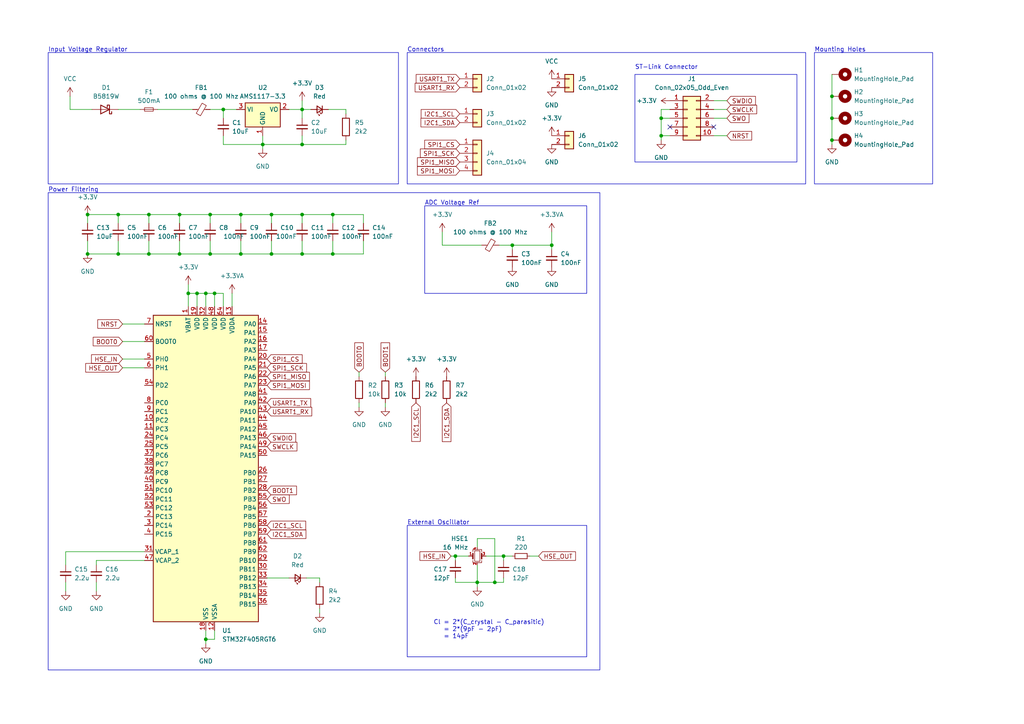
<source format=kicad_sch>
(kicad_sch (version 20230121) (generator eeschema)
  (paper "A4")
  (lib_symbols
    (symbol "Connector_Generic:Conn_01x02" (pin_names (offset 1.016) hide)
      (property "Reference" "J" (at 0 2.54 0))
      (property "Value" "Conn_01x02" (at 0 -5.08 0))
      (symbol "Conn_01x02_1_1"
        (rectangle (start -1.27 -2.413) (end 0 -2.667) (stroke (width 0.1524)))
        (rectangle (start -1.27 0.127) (end 0 -0.127) (stroke (width 0.1524)))
        (rectangle (start -1.27 1.27) (end 1.27 -3.81) (stroke (width 0.254)) (fill (type background)))
        (pin passive line (at -5.08 0 0) (length 3.81) (name "Pin_1") (number "1"))
        (pin passive line (at -5.08 -2.54 0) (length 3.81) (name "Pin_2") (number "2"))
      )
    )
    (symbol "Connector_Generic:Conn_01x04" (pin_names (offset 1.016) hide)
      (property "Reference" "J" (at 0 5.08 0))
      (property "Value" "Conn_01x04" (at 0 -7.62 0))
      (symbol "Conn_01x04_1_1"
        (rectangle (start -1.27 -4.953) (end 0 -5.207) (stroke (width 0.1524)))
        (rectangle (start -1.27 -2.413) (end 0 -2.667) (stroke (width 0.1524)))
        (rectangle (start -1.27 0.127) (end 0 -0.127) (stroke (width 0.1524)))
        (rectangle (start -1.27 2.667) (end 0 2.413) (stroke (width 0.1524)))
        (rectangle (start -1.27 3.81) (end 1.27 -6.35) (stroke (width 0.254)) (fill (type background)))
        (pin passive line (at -5.08 2.54 0) (length 3.81) (name "Pin_1") (number "1"))
        (pin passive line (at -5.08 0 0) (length 3.81) (name "Pin_2") (number "2"))
        (pin passive line (at -5.08 -2.54 0) (length 3.81) (name "Pin_3") (number "3"))
        (pin passive line (at -5.08 -5.08 0) (length 3.81) (name "Pin_4") (number "4"))
      )
    )
    (symbol "Connector_Generic:Conn_02x05_Odd_Even" (pin_names (offset 1.016) hide)
      (property "Reference" "J" (at 1.27 7.62 0))
      (property "Value" "Conn_02x05_Odd_Even" (at 1.27 -7.62 0))
      (symbol "Conn_02x05_Odd_Even_1_1"
        (rectangle (start -1.27 -4.953) (end 0 -5.207) (stroke (width 0.1524)))
        (rectangle (start -1.27 -2.413) (end 0 -2.667) (stroke (width 0.1524)))
        (rectangle (start -1.27 0.127) (end 0 -0.127) (stroke (width 0.1524)))
        (rectangle (start -1.27 2.667) (end 0 2.413) (stroke (width 0.1524)))
        (rectangle (start -1.27 5.207) (end 0 4.953) (stroke (width 0.1524)))
        (rectangle (start -1.27 6.35) (end 3.81 -6.35) (stroke (width 0.254)) (fill (type background)))
        (rectangle (start 3.81 -4.953) (end 2.54 -5.207) (stroke (width 0.1524)))
        (rectangle (start 3.81 -2.413) (end 2.54 -2.667) (stroke (width 0.1524)))
        (rectangle (start 3.81 0.127) (end 2.54 -0.127) (stroke (width 0.1524)))
        (rectangle (start 3.81 2.667) (end 2.54 2.413) (stroke (width 0.1524)))
        (rectangle (start 3.81 5.207) (end 2.54 4.953) (stroke (width 0.1524)))
        (pin passive line (at -5.08 5.08 0) (length 3.81) (name "Pin_1") (number "1"))
        (pin passive line (at 7.62 -5.08 180) (length 3.81) (name "Pin_10") (number "10"))
        (pin passive line (at 7.62 5.08 180) (length 3.81) (name "Pin_2") (number "2"))
        (pin passive line (at -5.08 2.54 0) (length 3.81) (name "Pin_3") (number "3"))
        (pin passive line (at 7.62 2.54 180) (length 3.81) (name "Pin_4") (number "4"))
        (pin passive line (at -5.08 0 0) (length 3.81) (name "Pin_5") (number "5"))
        (pin passive line (at 7.62 0 180) (length 3.81) (name "Pin_6") (number "6"))
        (pin passive line (at -5.08 -2.54 0) (length 3.81) (name "Pin_7") (number "7"))
        (pin passive line (at 7.62 -2.54 180) (length 3.81) (name "Pin_8") (number "8"))
        (pin passive line (at -5.08 -5.08 0) (length 3.81) (name "Pin_9") (number "9"))
      )
    )
    (symbol "Device:C_Small" (pin_numbers hide) (pin_names (offset 0.254) hide)
      (property "Reference" "C" (at 0.254 1.778 0))
      (property "Value" "C_Small" (at 0.254 -2.032 0))
      (symbol "C_Small_0_1"
        (polyline (pts (xy -1.524 -0.508) (xy 1.524 -0.508)) (stroke (width 0.3302)))
        (polyline (pts (xy -1.524 0.508) (xy 1.524 0.508)) (stroke (width 0.3048)))
      )
      (symbol "C_Small_1_1"
        (pin passive line (at 0 2.54 270) (length 2.032) (name "~") (number "1"))
        (pin passive line (at 0 -2.54 90) (length 2.032) (name "~") (number "2"))
      )
    )
    (symbol "Device:Crystal_GND24_Small" (pin_names (offset 1.016) hide)
      (property "Reference" "Y" (at 1.27 4.445 0))
      (property "Value" "Crystal_GND24_Small" (at 1.27 2.54 0))
      (symbol "Crystal_GND24_Small_0_1"
        (rectangle (start -0.762 -1.524) (end 0.762 1.524))
        (polyline (pts (xy -1.27 -0.762) (xy -1.27 0.762)) (stroke (width 0.381)))
        (polyline (pts (xy 1.27 -0.762) (xy 1.27 0.762)) (stroke (width 0.381)))
        (polyline (pts (xy -1.27 -1.27) (xy -1.27 -1.905) (xy 1.27 -1.905) (xy 1.27 -1.27)))
        (polyline (pts (xy -1.27 1.27) (xy -1.27 1.905) (xy 1.27 1.905) (xy 1.27 1.27)))
      )
      (symbol "Crystal_GND24_Small_1_1"
        (pin passive line (at -2.54 0 0) (length 1.27) (name "1") (number "1"))
        (pin passive line (at 0 -2.54 90) (length 0.635) (name "2") (number "2"))
        (pin passive line (at 2.54 0 180) (length 1.27) (name "3") (number "3"))
        (pin passive line (at 0 2.54 270) (length 0.635) (name "4") (number "4"))
      )
    )
    (symbol "Device:D_Schottky" (pin_numbers hide) (pin_names (offset 1.016) hide)
      (property "Reference" "D" (at 0 2.54 0))
      (property "Value" "D_Schottky" (at 0 -2.54 0))
      (symbol "D_Schottky_0_1"
        (polyline (pts (xy 1.27 0) (xy -1.27 0)))
        (polyline (pts (xy 1.27 1.27) (xy 1.27 -1.27) (xy -1.27 0) (xy 1.27 1.27)) (stroke (width 0.254)))
        (polyline (pts (xy -1.905 0.635) (xy -1.905 1.27) (xy -1.27 1.27) (xy -1.27 -1.27) (xy -0.635 -1.27) (xy -0.635 -0.635)) (stroke (width 0.254)))
      )
      (symbol "D_Schottky_1_1"
        (pin passive line (at -3.81 0 0) (length 2.54) (name "K") (number "1"))
        (pin passive line (at 3.81 0 180) (length 2.54) (name "A") (number "2"))
      )
    )
    (symbol "Device:FerriteBead_Small" (pin_numbers hide) (pin_names (offset 0))
      (property "Reference" "FB" (at 1.905 1.27 0))
      (property "Value" "FerriteBead_Small" (at 1.905 -1.27 0))
      (symbol "FerriteBead_Small_0_1"
        (polyline (pts (xy 0 -1.27) (xy 0 -0.7874)))
        (polyline (pts (xy 0 0.889) (xy 0 1.2954)))
        (polyline (pts (xy -1.8288 0.2794) (xy -1.1176 1.4986) (xy 1.8288 -0.2032) (xy 1.1176 -1.4224) (xy -1.8288 0.2794)))
      )
      (symbol "FerriteBead_Small_1_1"
        (pin passive line (at 0 2.54 270) (length 1.27) (name "~") (number "1"))
        (pin passive line (at 0 -2.54 90) (length 1.27) (name "~") (number "2"))
      )
    )
    (symbol "Device:Fuse_Small" (pin_numbers hide) (pin_names (offset 0.254) hide)
      (property "Reference" "F" (at 0 -1.524 0))
      (property "Value" "Fuse_Small" (at 0 1.524 0))
      (symbol "Fuse_Small_0_1"
        (rectangle (start -1.27 0.508) (end 1.27 -0.508))
        (polyline (pts (xy -1.27 0) (xy 1.27 0)))
      )
      (symbol "Fuse_Small_1_1"
        (pin passive line (at -2.54 0 0) (length 1.27) (name "~") (number "1"))
        (pin passive line (at 2.54 0 180) (length 1.27) (name "~") (number "2"))
      )
    )
    (symbol "Device:LED_Small" (pin_numbers hide) (pin_names (offset 0.254) hide)
      (property "Reference" "D" (at -1.27 3.175 0))
      (property "Value" "LED_Small" (at -4.445 -2.54 0))
      (symbol "LED_Small_0_1"
        (polyline (pts (xy -0.762 -1.016) (xy -0.762 1.016)) (stroke (width 0.254)))
        (polyline (pts (xy 1.016 0) (xy -0.762 0)))
        (polyline (pts (xy 0.762 -1.016) (xy -0.762 0) (xy 0.762 1.016) (xy 0.762 -1.016)) (stroke (width 0.254)))
        (polyline (pts (xy 0 0.762) (xy -0.508 1.27) (xy -0.254 1.27) (xy -0.508 1.27) (xy -0.508 1.016)))
        (polyline (pts (xy 0.508 1.27) (xy 0 1.778) (xy 0.254 1.778) (xy 0 1.778) (xy 0 1.524)))
      )
      (symbol "LED_Small_1_1"
        (pin passive line (at -2.54 0 0) (length 1.778) (name "K") (number "1"))
        (pin passive line (at 2.54 0 180) (length 1.778) (name "A") (number "2"))
      )
    )
    (symbol "Device:R" (pin_numbers hide) (pin_names (offset 0))
      (property "Reference" "R" (at 2.032 0 90))
      (property "Value" "R" (at 0 0 90))
      (symbol "R_0_1"
        (rectangle (start -1.016 -2.54) (end 1.016 2.54) (stroke (width 0.254)))
      )
      (symbol "R_1_1"
        (pin passive line (at 0 3.81 270) (length 1.27) (name "~") (number "1"))
        (pin passive line (at 0 -3.81 90) (length 1.27) (name "~") (number "2"))
      )
    )
    (symbol "Device:R_Small" (pin_numbers hide) (pin_names (offset 0.254) hide)
      (property "Reference" "R" (at 0.762 0.508 0))
      (property "Value" "R_Small" (at 0.762 -1.016 0))
      (symbol "R_Small_0_1"
        (rectangle (start -0.762 1.778) (end 0.762 -1.778) (stroke (width 0.2032)))
      )
      (symbol "R_Small_1_1"
        (pin passive line (at 0 2.54 270) (length 0.762) (name "~") (number "1"))
        (pin passive line (at 0 -2.54 90) (length 0.762) (name "~") (number "2"))
      )
    )
    (symbol "MCU_ST_STM32F4:STM32F405RGTx"
      (property "Reference" "U" (at -15.24 46.99 0))
      (property "Value" "STM32F405RGTx" (at 10.16 46.99 0))
      (symbol "STM32F405RGTx_0_1"
        (rectangle (start -15.24 -43.18) (end 15.24 45.72) (stroke (width 0.254)) (fill (type background)))
      )
      (symbol "STM32F405RGTx_1_1"
        (pin power_in line (at -5.08 48.26 270) (length 2.54) (name "VBAT") (number "1"))
        (pin bidirectional line (at -17.78 15.24 0) (length 2.54) (name "PC2") (number "10"))
        (pin bidirectional line (at -17.78 12.7 0) (length 2.54) (name "PC3") (number "11"))
        (pin power_in line (at 2.54 -45.72 90) (length 2.54) (name "VSSA") (number "12"))
        (pin power_in line (at 7.62 48.26 270) (length 2.54) (name "VDDA") (number "13"))
        (pin bidirectional line (at 17.78 43.18 180) (length 2.54) (name "PA0") (number "14"))
        (pin bidirectional line (at 17.78 40.64 180) (length 2.54) (name "PA1") (number "15"))
        (pin bidirectional line (at 17.78 38.1 180) (length 2.54) (name "PA2") (number "16"))
        (pin bidirectional line (at 17.78 35.56 180) (length 2.54) (name "PA3") (number "17"))
        (pin power_in line (at 0 -45.72 90) (length 2.54) (name "VSS") (number "18"))
        (pin power_in line (at -2.54 48.26 270) (length 2.54) (name "VDD") (number "19"))
        (pin bidirectional line (at -17.78 -12.7 0) (length 2.54) (name "PC13") (number "2"))
        (pin bidirectional line (at 17.78 33.02 180) (length 2.54) (name "PA4") (number "20"))
        (pin bidirectional line (at 17.78 30.48 180) (length 2.54) (name "PA5") (number "21"))
        (pin bidirectional line (at 17.78 27.94 180) (length 2.54) (name "PA6") (number "22"))
        (pin bidirectional line (at 17.78 25.4 180) (length 2.54) (name "PA7") (number "23"))
        (pin bidirectional line (at -17.78 10.16 0) (length 2.54) (name "PC4") (number "24"))
        (pin bidirectional line (at -17.78 7.62 0) (length 2.54) (name "PC5") (number "25"))
        (pin bidirectional line (at 17.78 0 180) (length 2.54) (name "PB0") (number "26"))
        (pin bidirectional line (at 17.78 -2.54 180) (length 2.54) (name "PB1") (number "27"))
        (pin bidirectional line (at 17.78 -5.08 180) (length 2.54) (name "PB2") (number "28"))
        (pin bidirectional line (at 17.78 -25.4 180) (length 2.54) (name "PB10") (number "29"))
        (pin bidirectional line (at -17.78 -15.24 0) (length 2.54) (name "PC14") (number "3"))
        (pin bidirectional line (at 17.78 -27.94 180) (length 2.54) (name "PB11") (number "30"))
        (pin power_out line (at -17.78 -22.86 0) (length 2.54) (name "VCAP_1") (number "31"))
        (pin power_in line (at 0 48.26 270) (length 2.54) (name "VDD") (number "32"))
        (pin bidirectional line (at 17.78 -30.48 180) (length 2.54) (name "PB12") (number "33"))
        (pin bidirectional line (at 17.78 -33.02 180) (length 2.54) (name "PB13") (number "34"))
        (pin bidirectional line (at 17.78 -35.56 180) (length 2.54) (name "PB14") (number "35"))
        (pin bidirectional line (at 17.78 -38.1 180) (length 2.54) (name "PB15") (number "36"))
        (pin bidirectional line (at -17.78 5.08 0) (length 2.54) (name "PC6") (number "37"))
        (pin bidirectional line (at -17.78 2.54 0) (length 2.54) (name "PC7") (number "38"))
        (pin bidirectional line (at -17.78 0 0) (length 2.54) (name "PC8") (number "39"))
        (pin bidirectional line (at -17.78 -17.78 0) (length 2.54) (name "PC15") (number "4"))
        (pin bidirectional line (at -17.78 -2.54 0) (length 2.54) (name "PC9") (number "40"))
        (pin bidirectional line (at 17.78 22.86 180) (length 2.54) (name "PA8") (number "41"))
        (pin bidirectional line (at 17.78 20.32 180) (length 2.54) (name "PA9") (number "42"))
        (pin bidirectional line (at 17.78 17.78 180) (length 2.54) (name "PA10") (number "43"))
        (pin bidirectional line (at 17.78 15.24 180) (length 2.54) (name "PA11") (number "44"))
        (pin bidirectional line (at 17.78 12.7 180) (length 2.54) (name "PA12") (number "45"))
        (pin bidirectional line (at 17.78 10.16 180) (length 2.54) (name "PA13") (number "46"))
        (pin power_out line (at -17.78 -25.4 0) (length 2.54) (name "VCAP_2") (number "47"))
        (pin power_in line (at 2.54 48.26 270) (length 2.54) (name "VDD") (number "48"))
        (pin bidirectional line (at 17.78 7.62 180) (length 2.54) (name "PA14") (number "49"))
        (pin bidirectional line (at -17.78 33.02 0) (length 2.54) (name "PH0") (number "5"))
        (pin bidirectional line (at 17.78 5.08 180) (length 2.54) (name "PA15") (number "50"))
        (pin bidirectional line (at -17.78 -5.08 0) (length 2.54) (name "PC10") (number "51"))
        (pin bidirectional line (at -17.78 -7.62 0) (length 2.54) (name "PC11") (number "52"))
        (pin bidirectional line (at -17.78 -10.16 0) (length 2.54) (name "PC12") (number "53"))
        (pin bidirectional line (at -17.78 25.4 0) (length 2.54) (name "PD2") (number "54"))
        (pin bidirectional line (at 17.78 -7.62 180) (length 2.54) (name "PB3") (number "55"))
        (pin bidirectional line (at 17.78 -10.16 180) (length 2.54) (name "PB4") (number "56"))
        (pin bidirectional line (at 17.78 -12.7 180) (length 2.54) (name "PB5") (number "57"))
        (pin bidirectional line (at 17.78 -15.24 180) (length 2.54) (name "PB6") (number "58"))
        (pin bidirectional line (at 17.78 -17.78 180) (length 2.54) (name "PB7") (number "59"))
        (pin bidirectional line (at -17.78 30.48 0) (length 2.54) (name "PH1") (number "6"))
        (pin input line (at -17.78 38.1 0) (length 2.54) (name "BOOT0") (number "60"))
        (pin bidirectional line (at 17.78 -20.32 180) (length 2.54) (name "PB8") (number "61"))
        (pin bidirectional line (at 17.78 -22.86 180) (length 2.54) (name "PB9") (number "62"))
        (pin passive line (at 0 -45.72 90) (length 2.54) hide (name "VSS") (number "63"))
        (pin power_in line (at 5.08 48.26 270) (length 2.54) (name "VDD") (number "64"))
        (pin input line (at -17.78 43.18 0) (length 2.54) (name "NRST") (number "7"))
        (pin bidirectional line (at -17.78 20.32 0) (length 2.54) (name "PC0") (number "8"))
        (pin bidirectional line (at -17.78 17.78 0) (length 2.54) (name "PC1") (number "9"))
      )
    )
    (symbol "Mechanical:MountingHole_Pad" (pin_numbers hide) (pin_names (offset 1.016) hide)
      (property "Reference" "H" (at 0 6.35 0))
      (property "Value" "MountingHole_Pad" (at 0 4.445 0))
      (symbol "MountingHole_Pad_0_1"
        (circle (center 0 1.27) (radius 1.27) (stroke (width 1.27)))
      )
      (symbol "MountingHole_Pad_1_1"
        (pin input line (at 0 -2.54 90) (length 2.54) (name "1") (number "1"))
      )
    )
    (symbol "Regulator_Linear:AMS1117-3.3"
      (property "Reference" "U" (at -3.81 3.175 0))
      (property "Value" "AMS1117-3.3" (at 0 3.175 0))
      (symbol "AMS1117-3.3_0_1"
        (rectangle (start -5.08 -5.08) (end 5.08 1.905) (stroke (width 0.254)) (fill (type background)))
      )
      (symbol "AMS1117-3.3_1_1"
        (pin power_in line (at 0 -7.62 90) (length 2.54) (name "GND") (number "1"))
        (pin power_out line (at 7.62 0 180) (length 2.54) (name "VO") (number "2"))
        (pin power_in line (at -7.62 0 0) (length 2.54) (name "VI") (number "3"))
      )
    )
    (symbol "power:+3.3V" (power) (pin_names (offset 0))
      (property "Value" "+3.3V" (at 0 3.556 0))
      (symbol "+3.3V_0_1"
        (polyline (pts (xy -0.762 1.27) (xy 0 2.54)))
        (polyline (pts (xy 0 0) (xy 0 2.54)))
        (polyline (pts (xy 0 2.54) (xy 0.762 1.27)))
      )
      (symbol "+3.3V_1_1"
        (pin power_in line (at 0 0 90) (length 0) hide (name "+3.3V") (number "1"))
      )
    )
    (symbol "power:+3.3VA" (power) (pin_names (offset 0))
      (property "Value" "+3.3VA" (at 0 3.556 0))
      (symbol "+3.3VA_0_1"
        (polyline (pts (xy -0.762 1.27) (xy 0 2.54)))
        (polyline (pts (xy 0 0) (xy 0 2.54)))
        (polyline (pts (xy 0 2.54) (xy 0.762 1.27)))
      )
      (symbol "+3.3VA_1_1"
        (pin power_in line (at 0 0 90) (length 0) hide (name "+3.3VA") (number "1"))
      )
    )
    (symbol "power:GND" (power) (pin_names (offset 0))
      (property "Value" "GND" (at 0 -3.81 0))
      (symbol "GND_0_1"
        (polyline (pts (xy 0 0) (xy 0 -1.27) (xy 1.27 -1.27) (xy 0 -2.54) (xy -1.27 -1.27) (xy 0 -1.27)))
      )
      (symbol "GND_1_1"
        (pin power_in line (at 0 0 270) (length 0) hide (name "GND") (number "1"))
      )
    )
    (symbol "power:VCC" (power) (pin_names (offset 0))
      (property "Value" "VCC" (at 0 3.81 0))
      (symbol "VCC_0_1"
        (polyline (pts (xy -0.762 1.27) (xy 0 2.54)))
        (polyline (pts (xy 0 0) (xy 0 2.54)))
        (polyline (pts (xy 0 2.54) (xy 0.762 1.27)))
      )
      (symbol "VCC_1_1"
        (pin power_in line (at 0 0 90) (length 0) hide (name "VCC") (number "1"))
      )
    )
  )
  (junction (at 87.63 31.75))
  (junction (at 69.85 62.23))
  (junction (at 138.43 168.91))
  (junction (at 87.63 73.66))
  (junction (at 52.07 62.23))
  (junction (at 143.51 168.91))
  (junction (at 96.52 62.23))
  (junction (at 241.3 34.29))
  (junction (at 64.77 31.75))
  (junction (at 160.02 71.12))
  (junction (at 78.74 73.66))
  (junction (at 87.63 62.23))
  (junction (at 76.2 41.91))
  (junction (at 54.61 85.09))
  (junction (at 62.23 85.09))
  (junction (at 52.07 73.66))
  (junction (at 69.85 73.66))
  (junction (at 148.59 71.12))
  (junction (at 43.18 73.66))
  (junction (at 59.69 185.42))
  (junction (at 43.18 62.23))
  (junction (at 132.08 161.29))
  (junction (at 191.77 34.29))
  (junction (at 191.77 39.37))
  (junction (at 34.29 73.66))
  (junction (at 87.63 41.91))
  (junction (at 78.74 62.23))
  (junction (at 57.15 85.09))
  (junction (at 60.96 73.66))
  (junction (at 34.29 62.23))
  (junction (at 25.4 62.23))
  (junction (at 146.05 161.29))
  (junction (at 241.3 40.64))
  (junction (at 60.96 62.23))
  (junction (at 96.52 73.66))
  (junction (at 59.69 85.09))
  (junction (at 241.3 27.94))
  (junction (at 25.4 73.66))
  (no_connect (at 194.31 36.83))
  (no_connect (at 207.01 36.83))
  (wire (pts (xy 105.41 62.23) (xy 105.41 64.77)))
  (wire (pts (xy 64.77 41.91) (xy 64.77 39.37)))
  (wire (pts (xy 20.32 31.75) (xy 20.32 27.94)))
  (wire (pts (xy 43.18 62.23) (xy 43.18 64.77)))
  (wire (pts (xy 34.29 62.23) (xy 34.29 64.77)))
  (wire (pts (xy 92.71 176.53) (xy 92.71 177.8)))
  (wire (pts (xy 132.08 161.29) (xy 135.89 161.29)))
  (wire (pts (xy 69.85 62.23) (xy 78.74 62.23)))
  (wire (pts (xy 143.51 156.21) (xy 143.51 168.91)))
  (wire (pts (xy 35.56 93.98) (xy 41.91 93.98)))
  (wire (pts (xy 194.31 31.75) (xy 191.77 31.75)))
  (wire (pts (xy 35.56 104.14) (xy 41.91 104.14)))
  (wire (pts (xy 138.43 158.75) (xy 138.43 156.21)))
  (wire (pts (xy 191.77 31.75) (xy 191.77 34.29)))
  (wire (pts (xy 148.59 71.12) (xy 148.59 72.39)))
  (wire (pts (xy 45.72 31.75) (xy 55.88 31.75)))
  (wire (pts (xy 78.74 62.23) (xy 78.74 64.77)))
  (wire (pts (xy 62.23 185.42) (xy 59.69 185.42)))
  (wire (pts (xy 25.4 69.85) (xy 25.4 73.66)))
  (wire (pts (xy 67.31 85.09) (xy 67.31 88.9)))
  (wire (pts (xy 207.01 34.29) (xy 210.82 34.29)))
  (wire (pts (xy 160.02 72.39) (xy 160.02 71.12)))
  (wire (pts (xy 160.02 67.31) (xy 160.02 71.12)))
  (wire (pts (xy 43.18 73.66) (xy 52.07 73.66)))
  (wire (pts (xy 87.63 73.66) (xy 96.52 73.66)))
  (wire (pts (xy 27.94 162.56) (xy 27.94 163.83)))
  (wire (pts (xy 191.77 39.37) (xy 191.77 40.64)))
  (wire (pts (xy 35.56 106.68) (xy 41.91 106.68)))
  (wire (pts (xy 132.08 161.29) (xy 132.08 162.56)))
  (wire (pts (xy 57.15 85.09) (xy 54.61 85.09)))
  (wire (pts (xy 111.76 107.95) (xy 111.76 109.22)))
  (wire (pts (xy 62.23 85.09) (xy 59.69 85.09)))
  (wire (pts (xy 62.23 85.09) (xy 62.23 88.9)))
  (wire (pts (xy 64.77 31.75) (xy 68.58 31.75)))
  (wire (pts (xy 34.29 62.23) (xy 43.18 62.23)))
  (wire (pts (xy 60.96 62.23) (xy 69.85 62.23)))
  (wire (pts (xy 241.3 34.29) (xy 241.3 40.64)))
  (wire (pts (xy 100.33 31.75) (xy 95.25 31.75)))
  (wire (pts (xy 60.96 73.66) (xy 69.85 73.66)))
  (wire (pts (xy 25.4 73.66) (xy 34.29 73.66)))
  (wire (pts (xy 54.61 85.09) (xy 54.61 88.9)))
  (wire (pts (xy 78.74 69.85) (xy 78.74 73.66)))
  (wire (pts (xy 153.67 161.29) (xy 156.21 161.29)))
  (wire (pts (xy 34.29 31.75) (xy 40.64 31.75)))
  (wire (pts (xy 207.01 39.37) (xy 210.82 39.37)))
  (wire (pts (xy 59.69 85.09) (xy 57.15 85.09)))
  (wire (pts (xy 25.4 62.23) (xy 34.29 62.23)))
  (wire (pts (xy 69.85 69.85) (xy 69.85 73.66)))
  (wire (pts (xy 34.29 69.85) (xy 34.29 73.66)))
  (wire (pts (xy 59.69 182.88) (xy 59.69 185.42)))
  (wire (pts (xy 138.43 168.91) (xy 143.51 168.91)))
  (wire (pts (xy 87.63 29.21) (xy 87.63 31.75)))
  (wire (pts (xy 105.41 73.66) (xy 105.41 69.85)))
  (wire (pts (xy 60.96 69.85) (xy 60.96 73.66)))
  (wire (pts (xy 41.91 162.56) (xy 27.94 162.56)))
  (wire (pts (xy 87.63 31.75) (xy 83.82 31.75)))
  (wire (pts (xy 77.47 167.64) (xy 83.82 167.64)))
  (wire (pts (xy 241.3 21.59) (xy 241.3 27.94)))
  (wire (pts (xy 52.07 62.23) (xy 52.07 64.77)))
  (wire (pts (xy 160.02 71.12) (xy 148.59 71.12)))
  (wire (pts (xy 59.69 85.09) (xy 59.69 88.9)))
  (wire (pts (xy 87.63 34.29) (xy 87.63 31.75)))
  (wire (pts (xy 78.74 73.66) (xy 87.63 73.66)))
  (wire (pts (xy 76.2 41.91) (xy 76.2 43.18)))
  (wire (pts (xy 78.74 62.23) (xy 87.63 62.23)))
  (wire (pts (xy 100.33 41.91) (xy 100.33 40.64)))
  (wire (pts (xy 26.67 31.75) (xy 20.32 31.75)))
  (wire (pts (xy 132.08 167.64) (xy 132.08 168.91)))
  (wire (pts (xy 146.05 161.29) (xy 148.59 161.29)))
  (wire (pts (xy 62.23 182.88) (xy 62.23 185.42)))
  (wire (pts (xy 27.94 168.91) (xy 27.94 171.45)))
  (wire (pts (xy 100.33 33.02) (xy 100.33 31.75)))
  (wire (pts (xy 60.96 62.23) (xy 60.96 64.77)))
  (wire (pts (xy 87.63 31.75) (xy 90.17 31.75)))
  (wire (pts (xy 87.63 62.23) (xy 96.52 62.23)))
  (wire (pts (xy 69.85 73.66) (xy 78.74 73.66)))
  (wire (pts (xy 96.52 62.23) (xy 105.41 62.23)))
  (wire (pts (xy 132.08 168.91) (xy 138.43 168.91)))
  (wire (pts (xy 64.77 41.91) (xy 76.2 41.91)))
  (wire (pts (xy 69.85 62.23) (xy 69.85 64.77)))
  (wire (pts (xy 96.52 62.23) (xy 96.52 64.77)))
  (wire (pts (xy 35.56 99.06) (xy 41.91 99.06)))
  (wire (pts (xy 96.52 73.66) (xy 105.41 73.66)))
  (wire (pts (xy 207.01 31.75) (xy 210.82 31.75)))
  (wire (pts (xy 64.77 34.29) (xy 64.77 31.75)))
  (wire (pts (xy 87.63 69.85) (xy 87.63 73.66)))
  (wire (pts (xy 59.69 185.42) (xy 59.69 186.69)))
  (wire (pts (xy 128.27 71.12) (xy 128.27 67.31)))
  (wire (pts (xy 54.61 82.55) (xy 54.61 85.09)))
  (wire (pts (xy 104.14 116.84) (xy 104.14 118.11)))
  (wire (pts (xy 96.52 69.85) (xy 96.52 73.66)))
  (wire (pts (xy 146.05 161.29) (xy 146.05 162.56)))
  (wire (pts (xy 64.77 88.9) (xy 64.77 85.09)))
  (wire (pts (xy 146.05 168.91) (xy 143.51 168.91)))
  (wire (pts (xy 60.96 31.75) (xy 64.77 31.75)))
  (wire (pts (xy 76.2 39.37) (xy 76.2 41.91)))
  (wire (pts (xy 139.7 71.12) (xy 128.27 71.12)))
  (wire (pts (xy 191.77 34.29) (xy 191.77 39.37)))
  (wire (pts (xy 19.05 168.91) (xy 19.05 171.45)))
  (wire (pts (xy 41.91 160.02) (xy 19.05 160.02)))
  (wire (pts (xy 52.07 62.23) (xy 60.96 62.23)))
  (wire (pts (xy 241.3 40.64) (xy 241.3 41.91)))
  (wire (pts (xy 52.07 69.85) (xy 52.07 73.66)))
  (wire (pts (xy 87.63 41.91) (xy 100.33 41.91)))
  (wire (pts (xy 140.97 161.29) (xy 146.05 161.29)))
  (wire (pts (xy 138.43 168.91) (xy 138.43 170.18)))
  (wire (pts (xy 43.18 69.85) (xy 43.18 73.66)))
  (wire (pts (xy 104.14 107.95) (xy 104.14 109.22)))
  (wire (pts (xy 138.43 163.83) (xy 138.43 168.91)))
  (wire (pts (xy 146.05 167.64) (xy 146.05 168.91)))
  (wire (pts (xy 138.43 156.21) (xy 143.51 156.21)))
  (wire (pts (xy 64.77 85.09) (xy 62.23 85.09)))
  (wire (pts (xy 87.63 39.37) (xy 87.63 41.91)))
  (wire (pts (xy 130.81 161.29) (xy 132.08 161.29)))
  (wire (pts (xy 92.71 168.91) (xy 92.71 167.64)))
  (wire (pts (xy 76.2 41.91) (xy 87.63 41.91)))
  (wire (pts (xy 194.31 39.37) (xy 191.77 39.37)))
  (wire (pts (xy 87.63 62.23) (xy 87.63 64.77)))
  (wire (pts (xy 57.15 85.09) (xy 57.15 88.9)))
  (wire (pts (xy 191.77 34.29) (xy 194.31 34.29)))
  (wire (pts (xy 111.76 116.84) (xy 111.76 118.11)))
  (wire (pts (xy 43.18 62.23) (xy 52.07 62.23)))
  (wire (pts (xy 34.29 73.66) (xy 43.18 73.66)))
  (wire (pts (xy 144.78 71.12) (xy 148.59 71.12)))
  (wire (pts (xy 241.3 27.94) (xy 241.3 34.29)))
  (wire (pts (xy 88.9 167.64) (xy 92.71 167.64)))
  (wire (pts (xy 19.05 160.02) (xy 19.05 163.83)))
  (wire (pts (xy 25.4 64.77) (xy 25.4 62.23)))
  (wire (pts (xy 207.01 29.21) (xy 210.82 29.21)))
  (wire (pts (xy 52.07 73.66) (xy 60.96 73.66)))
  (rectangle (start 184.15 21.59) (end 231.14 46.99))
  (rectangle (start 118.11 152.4) (end 170.18 190.5))
  (rectangle (start 118.11 15.24) (end 233.68 53.34))
  (rectangle (start 13.97 15.24) (end 115.57 53.34))
  (rectangle (start 123.19 59.69) (end 170.18 85.09))
  (rectangle (start 236.22 15.24) (end 270.51 53.34))
  (rectangle (start 13.97 55.88) (end 173.99 194.31))
  (text "External Oscillator" (at 118.11 152.4 0) (effects (font (size 1.27 1.27)) (justify left bottom)))
  (text "ADC Voltage Ref" (at 123.19 59.69 0) (effects (font (size 1.27 1.27)) (justify left bottom)))
  (text "ST-Link Connector" (at 184.15 20.32 0) (effects (font (size 1.27 1.27)) (justify left bottom)))
  (text "Cl = 2*(C_crystal - C_parasitic)\n   = 2*(9pF - 2pF)\n   = 14pF" (at 125.73 185.42 0) (effects (font (size 1.27 1.27)) (justify left bottom)))
  (text "Connectors" (at 118.11 15.24 0) (effects (font (size 1.27 1.27)) (justify left bottom)))
  (text "Power Filtering" (at 13.97 55.88 0) (effects (font (size 1.27 1.27)) (justify left bottom)))
  (text "Mounting Holes" (at 236.22 15.24 0) (effects (font (size 1.27 1.27)) (justify left bottom)))
  (text "Input Voltage Regulator" (at 13.97 15.24 0) (effects (font (size 1.27 1.27)) (justify left bottom)))
  (global_label "BOOT0" (shape input) (at 35.56 99.06 180) (property "Intersheetrefs" "${INTERSHEET_REFS}" (effects hide)))
  (global_label "I2C1_SCL" (shape input) (at 120.65 116.84 270) (property "Intersheetrefs" "${INTERSHEET_REFS}" (effects hide)))
  (global_label "SWDIO" (shape input) (at 77.47 127 0) (property "Intersheetrefs" "${INTERSHEET_REFS}" (effects hide)))
  (global_label "I2C1_SCL" (shape input) (at 77.47 152.4 0) (property "Intersheetrefs" "${INTERSHEET_REFS}" (effects hide)))
  (global_label "SWO" (shape input) (at 210.82 34.29 0) (property "Intersheetrefs" "${INTERSHEET_REFS}" (effects hide)))
  (global_label "I2C1_SDA" (shape input) (at 77.47 154.94 0) (property "Intersheetrefs" "${INTERSHEET_REFS}" (effects hide)))
  (global_label "SPI1_SCK" (shape input) (at 133.35 44.45 180) (property "Intersheetrefs" "${INTERSHEET_REFS}" (effects hide)))
  (global_label "SPI1_MISO" (shape input) (at 133.35 46.99 180) (property "Intersheetrefs" "${INTERSHEET_REFS}" (effects hide)))
  (global_label "I2C1_SDA" (shape input) (at 133.35 35.56 180) (property "Intersheetrefs" "${INTERSHEET_REFS}" (effects hide)))
  (global_label "BOOT1" (shape input) (at 111.76 107.95 90) (property "Intersheetrefs" "${INTERSHEET_REFS}" (effects hide)))
  (global_label "HSE_OUT" (shape input) (at 156.21 161.29 0) (property "Intersheetrefs" "${INTERSHEET_REFS}" (effects hide)))
  (global_label "NRST" (shape input) (at 35.56 93.98 180) (property "Intersheetrefs" "${INTERSHEET_REFS}" (effects hide)))
  (global_label "USART1_RX" (shape input) (at 133.35 25.4 180) (property "Intersheetrefs" "${INTERSHEET_REFS}" (effects hide)))
  (global_label "SPI1_CS" (shape input) (at 77.47 104.14 0) (property "Intersheetrefs" "${INTERSHEET_REFS}" (effects hide)))
  (global_label "USART1_TX" (shape input) (at 133.35 22.86 180) (property "Intersheetrefs" "${INTERSHEET_REFS}" (effects hide)))
  (global_label "SPI1_SCK" (shape input) (at 77.47 106.68 0) (property "Intersheetrefs" "${INTERSHEET_REFS}" (effects hide)))
  (global_label "SWCLK" (shape input) (at 210.82 31.75 0) (property "Intersheetrefs" "${INTERSHEET_REFS}" (effects hide)))
  (global_label "SWCLK" (shape input) (at 77.47 129.54 0) (property "Intersheetrefs" "${INTERSHEET_REFS}" (effects hide)))
  (global_label "SWDIO" (shape input) (at 210.82 29.21 0) (property "Intersheetrefs" "${INTERSHEET_REFS}" (effects hide)))
  (global_label "BOOT0" (shape input) (at 104.14 107.95 90) (property "Intersheetrefs" "${INTERSHEET_REFS}" (effects hide)))
  (global_label "NRST" (shape input) (at 210.82 39.37 0) (property "Intersheetrefs" "${INTERSHEET_REFS}" (effects hide)))
  (global_label "HSE_IN" (shape input) (at 35.56 104.14 180) (property "Intersheetrefs" "${INTERSHEET_REFS}" (effects hide)))
  (global_label "I2C1_SCL" (shape input) (at 133.35 33.02 180) (property "Intersheetrefs" "${INTERSHEET_REFS}" (effects hide)))
  (global_label "BOOT1" (shape input) (at 77.47 142.24 0) (property "Intersheetrefs" "${INTERSHEET_REFS}" (effects hide)))
  (global_label "I2C1_SDA" (shape input) (at 129.54 116.84 270) (property "Intersheetrefs" "${INTERSHEET_REFS}" (effects hide)))
  (global_label "HSE_IN" (shape input) (at 130.81 161.29 180) (property "Intersheetrefs" "${INTERSHEET_REFS}" (effects hide)))
  (global_label "SPI1_CS" (shape input) (at 133.35 41.91 180) (property "Intersheetrefs" "${INTERSHEET_REFS}" (effects hide)))
  (global_label "SWO" (shape input) (at 77.47 144.78 0) (property "Intersheetrefs" "${INTERSHEET_REFS}" (effects hide)))
  (global_label "SPI1_MISO" (shape input) (at 77.47 109.22 0) (property "Intersheetrefs" "${INTERSHEET_REFS}" (effects hide)))
  (global_label "SPI1_MOSI" (shape input) (at 133.35 49.53 180) (property "Intersheetrefs" "${INTERSHEET_REFS}" (effects hide)))
  (global_label "HSE_OUT" (shape input) (at 35.56 106.68 180) (property "Intersheetrefs" "${INTERSHEET_REFS}" (effects hide)))
  (global_label "SPI1_MOSI" (shape input) (at 77.47 111.76 0) (property "Intersheetrefs" "${INTERSHEET_REFS}" (effects hide)))
  (global_label "USART1_TX" (shape input) (at 77.47 116.84 0) (property "Intersheetrefs" "${INTERSHEET_REFS}" (effects hide)))
  (global_label "USART1_RX" (shape input) (at 77.47 119.38 0) (property "Intersheetrefs" "${INTERSHEET_REFS}" (effects hide)))
  (symbol (lib_id "Device:C_Small") (at 69.85 67.31 0) (unit 1)
    (property "Reference" "C9" (at 72.39 66.0463 0) (effects (justify left)))
    (property "Value" "100nF" (at 72.39 68.5863 0) (effects (justify left)))
  )
  (symbol (lib_id "power:GND") (at 241.3 41.91 0) (unit 1)
    (property "Reference" "#PWR027" (effects hide))
    (property "Value" "GND" (at 241.3 46.99 0))
  )
  (symbol (lib_id "Device:R") (at 92.71 172.72 0) (unit 1)
    (property "Reference" "R4" (at 95.25 171.45 0) (effects (justify left)))
    (property "Value" "2k2" (at 95.25 173.99 0) (effects (justify left)))
  )
  (symbol (lib_id "Mechanical:MountingHole_Pad") (at 243.84 34.29 270) (unit 1)
    (property "Reference" "H3" (at 247.65 33.02 90) (effects (justify left)))
    (property "Value" "MountingHole_Pad" (at 247.65 35.56 90) (effects (justify left)))
  )
  (symbol (lib_id "power:+3.3V") (at 160.02 39.37 0) (unit 1)
    (property "Reference" "#PWR025" (effects hide))
    (property "Value" "+3.3V" (at 160.02 34.29 0))
  )
  (symbol (lib_id "Mechanical:MountingHole_Pad") (at 243.84 27.94 270) (unit 1)
    (property "Reference" "H2" (at 247.65 26.67 90) (effects (justify left)))
    (property "Value" "MountingHole_Pad" (at 247.65 29.21 90) (effects (justify left)))
  )
  (symbol (lib_id "power:GND") (at 19.05 171.45 0) (unit 1)
    (property "Reference" "#PWR013" (effects hide))
    (property "Value" "GND" (at 19.05 176.53 0))
  )
  (symbol (lib_id "Device:LED_Small") (at 86.36 167.64 180) (unit 1)
    (property "Reference" "D2" (at 86.2965 161.29 0))
    (property "Value" "Red" (at 86.2965 163.83 0))
  )
  (symbol (lib_id "power:GND") (at 59.69 186.69 0) (unit 1)
    (property "Reference" "#PWR010" (effects hide))
    (property "Value" "GND" (at 59.69 191.77 0))
  )
  (symbol (lib_id "power:GND") (at 104.14 118.11 0) (unit 1)
    (property "Reference" "#PWR016" (effects hide))
    (property "Value" "GND" (at 104.14 123.19 0))
  )
  (symbol (lib_id "Device:C_Small") (at 19.05 166.37 0) (unit 1)
    (property "Reference" "C15" (at 21.59 165.1063 0) (effects (justify left)))
    (property "Value" "2.2u" (at 21.59 167.6463 0) (effects (justify left)))
  )
  (symbol (lib_id "power:+3.3V") (at 54.61 82.55 0) (unit 1)
    (property "Reference" "#PWR04" (effects hide))
    (property "Value" "+3.3V" (at 54.61 77.47 0))
  )
  (symbol (lib_id "Device:R") (at 104.14 113.03 0) (unit 1)
    (property "Reference" "R2" (at 106.68 111.76 0) (effects (justify left)))
    (property "Value" "10k" (at 106.68 114.3 0) (effects (justify left)))
  )
  (symbol (lib_id "power:+3.3VA") (at 160.02 67.31 0) (unit 1)
    (property "Reference" "#PWR06" (effects hide))
    (property "Value" "+3.3VA" (at 160.02 62.23 0))
  )
  (symbol (lib_id "Device:C_Small") (at 160.02 74.93 0) (unit 1)
    (property "Reference" "C4" (at 162.56 73.6663 0) (effects (justify left)))
    (property "Value" "100nF" (at 162.56 76.2063 0) (effects (justify left)))
  )
  (symbol (lib_id "Device:C_Small") (at 52.07 67.31 0) (unit 1)
    (property "Reference" "C7" (at 54.61 66.0463 0) (effects (justify left)))
    (property "Value" "100nF" (at 54.61 68.5863 0) (effects (justify left)))
  )
  (symbol (lib_id "Device:FerriteBead_Small") (at 142.24 71.12 90) (unit 1)
    (property "Reference" "FB2" (at 142.2019 64.77 90))
    (property "Value" "100 ohms @ 100 Mhz" (at 142.2019 67.31 90))
  )
  (symbol (lib_id "power:+3.3V") (at 87.63 29.21 0) (unit 1)
    (property "Reference" "#PWR03" (effects hide))
    (property "Value" "+3.3V" (at 87.63 24.13 0))
  )
  (symbol (lib_id "power:VCC") (at 20.32 27.94 0) (unit 1)
    (property "Reference" "#PWR02" (effects hide))
    (property "Value" "VCC" (at 20.32 22.86 0))
  )
  (symbol (lib_id "Device:C_Small") (at 146.05 165.1 0) (unit 1)
    (property "Reference" "C18" (at 148.59 165.1 0) (effects (justify left)))
    (property "Value" "12pF" (at 148.59 167.64 0) (effects (justify left)))
  )
  (symbol (lib_id "power:GND") (at 191.77 40.64 0) (unit 1)
    (property "Reference" "#PWR019" (effects hide))
    (property "Value" "GND" (at 191.77 45.72 0))
  )
  (symbol (lib_id "Device:C_Small") (at 25.4 67.31 0) (unit 1)
    (property "Reference" "C13" (at 27.94 66.0463 0) (effects (justify left)))
    (property "Value" "10uF" (at 27.94 68.5863 0) (effects (justify left)))
  )
  (symbol (lib_id "Device:R") (at 100.33 36.83 0) (unit 1)
    (property "Reference" "R5" (at 102.87 35.56 0) (effects (justify left)))
    (property "Value" "2k2" (at 102.87 38.1 0) (effects (justify left)))
  )
  (symbol (lib_id "Connector_Generic:Conn_02x05_Odd_Even") (at 199.39 34.29 0) (unit 1)
    (property "Reference" "J1" (at 200.66 22.86 0))
    (property "Value" "Conn_02x05_Odd_Even" (at 200.66 25.4 0))
  )
  (symbol (lib_id "power:+3.3VA") (at 67.31 85.09 0) (unit 1)
    (property "Reference" "#PWR09" (effects hide))
    (property "Value" "+3.3VA" (at 67.31 80.01 0))
  )
  (symbol (lib_id "Device:FerriteBead_Small") (at 58.42 31.75 90) (unit 1)
    (property "Reference" "FB1" (at 58.3819 25.4 90))
    (property "Value" "100 ohms @ 100 Mhz" (at 58.3819 27.94 90))
  )
  (symbol (lib_id "power:GND") (at 138.43 170.18 0) (unit 1)
    (property "Reference" "#PWR015" (effects hide))
    (property "Value" "GND" (at 138.43 175.26 0))
  )
  (symbol (lib_id "Connector_Generic:Conn_01x02") (at 165.1 22.86 0) (unit 1)
    (property "Reference" "J5" (at 167.64 22.86 0) (effects (justify left)))
    (property "Value" "Conn_01x02" (at 167.64 25.4 0) (effects (justify left)))
  )
  (symbol (lib_id "Connector_Generic:Conn_01x04") (at 138.43 44.45 0) (unit 1)
    (property "Reference" "J4" (at 140.97 44.45 0) (effects (justify left)))
    (property "Value" "Conn_01x04" (at 140.97 46.99 0) (effects (justify left)))
  )
  (symbol (lib_id "Device:C_Small") (at 87.63 36.83 0) (unit 1)
    (property "Reference" "C2" (at 90.17 35.5663 0) (effects (justify left)))
    (property "Value" "10uF" (at 90.17 38.1063 0) (effects (justify left)))
  )
  (symbol (lib_id "power:GND") (at 160.02 41.91 0) (unit 1)
    (property "Reference" "#PWR026" (effects hide))
    (property "Value" "GND" (at 160.02 46.99 0))
  )
  (symbol (lib_id "Device:R") (at 129.54 113.03 0) (unit 1)
    (property "Reference" "R7" (at 132.08 111.76 0) (effects (justify left)))
    (property "Value" "2k2" (at 132.08 114.3 0) (effects (justify left)))
  )
  (symbol (lib_id "power:+3.3V") (at 120.65 109.22 0) (unit 1)
    (property "Reference" "#PWR021" (effects hide))
    (property "Value" "+3.3V" (at 120.65 104.14 0))
  )
  (symbol (lib_id "Device:R") (at 111.76 113.03 0) (unit 1)
    (property "Reference" "R3" (at 114.3 111.76 0) (effects (justify left)))
    (property "Value" "10k" (at 114.3 114.3 0) (effects (justify left)))
  )
  (symbol (lib_id "Device:Fuse_Small") (at 43.18 31.75 0) (unit 1)
    (property "Reference" "F1" (at 43.18 26.67 0))
    (property "Value" "500mA" (at 43.18 29.21 0))
  )
  (symbol (lib_id "Device:D_Schottky") (at 30.48 31.75 180) (unit 1)
    (property "Reference" "D1" (at 30.7975 25.4 0))
    (property "Value" "B5819W" (at 30.7975 27.94 0))
  )
  (symbol (lib_id "Device:LED_Small") (at 92.71 31.75 180) (unit 1)
    (property "Reference" "D3" (at 92.6465 25.4 0))
    (property "Value" "Red" (at 92.6465 27.94 0))
  )
  (symbol (lib_id "Regulator_Linear:AMS1117-3.3") (at 76.2 31.75 0) (unit 1)
    (property "Reference" "U2" (at 76.2 25.4 0))
    (property "Value" "AMS1117-3.3" (at 76.2 27.94 0))
    (property "Footprint" "Package_TO_SOT_SMD:SOT-223-3_TabPin2" (effects hide))
    (property "Datasheet" "http://www.advanced-monolithic.com/pdf/ds1117.pdf" (effects hide))
  )
  (symbol (lib_id "power:GND") (at 160.02 25.4 0) (unit 1)
    (property "Reference" "#PWR024" (effects hide))
    (property "Value" "GND" (at 160.02 30.48 0))
  )
  (symbol (lib_id "Device:C_Small") (at 148.59 74.93 0) (unit 1)
    (property "Reference" "C3" (at 151.13 73.6663 0) (effects (justify left)))
    (property "Value" "100nF" (at 151.13 76.2063 0) (effects (justify left)))
  )
  (symbol (lib_id "power:+3.3V") (at 129.54 109.22 0) (unit 1)
    (property "Reference" "#PWR022" (effects hide))
    (property "Value" "+3.3V" (at 129.54 104.14 0))
  )
  (symbol (lib_id "Device:C_Small") (at 96.52 67.31 0) (unit 1)
    (property "Reference" "C12" (at 99.06 66.0463 0) (effects (justify left)))
    (property "Value" "100nF" (at 99.06 68.5863 0) (effects (justify left)))
  )
  (symbol (lib_id "Device:C_Small") (at 105.41 67.31 0) (unit 1)
    (property "Reference" "C14" (at 107.95 66.0463 0) (effects (justify left)))
    (property "Value" "100nF" (at 107.95 68.5863 0) (effects (justify left)))
  )
  (symbol (lib_id "power:+3.3V") (at 194.31 29.21 90) (unit 1)
    (property "Reference" "#PWR018" (effects hide))
    (property "Value" "+3.3V" (at 190.5 29.21 90) (effects (justify left)))
  )
  (symbol (lib_id "Connector_Generic:Conn_01x02") (at 138.43 33.02 0) (unit 1)
    (property "Reference" "J3" (at 140.97 33.02 0) (effects (justify left)))
    (property "Value" "Conn_01x02" (at 140.97 35.56 0) (effects (justify left)))
  )
  (symbol (lib_id "Device:C_Small") (at 34.29 67.31 0) (unit 1)
    (property "Reference" "C5" (at 36.83 66.0463 0) (effects (justify left)))
    (property "Value" "100nF" (at 36.83 68.5863 0) (effects (justify left)))
  )
  (symbol (lib_id "power:GND") (at 148.59 77.47 0) (unit 1)
    (property "Reference" "#PWR08" (effects hide))
    (property "Value" "GND" (at 148.59 82.55 0))
  )
  (symbol (lib_id "power:VCC") (at 160.02 22.86 0) (unit 1)
    (property "Reference" "#PWR023" (effects hide))
    (property "Value" "VCC" (at 160.02 17.78 0))
  )
  (symbol (lib_id "power:+3.3V") (at 25.4 62.23 0) (unit 1)
    (property "Reference" "#PWR011" (effects hide))
    (property "Value" "+3.3V" (at 25.4 57.15 0))
  )
  (symbol (lib_id "Device:C_Small") (at 43.18 67.31 0) (unit 1)
    (property "Reference" "C6" (at 45.72 66.0463 0) (effects (justify left)))
    (property "Value" "100nF" (at 45.72 68.5863 0) (effects (justify left)))
  )
  (symbol (lib_id "power:GND") (at 27.94 171.45 0) (unit 1)
    (property "Reference" "#PWR014" (effects hide))
    (property "Value" "GND" (at 27.94 176.53 0))
  )
  (symbol (lib_id "power:GND") (at 160.02 77.47 0) (unit 1)
    (property "Reference" "#PWR07" (effects hide))
    (property "Value" "GND" (at 160.02 82.55 0))
  )
  (symbol (lib_id "Device:R") (at 120.65 113.03 0) (unit 1)
    (property "Reference" "R6" (at 123.19 111.76 0) (effects (justify left)))
    (property "Value" "2k2" (at 123.19 114.3 0) (effects (justify left)))
  )
  (symbol (lib_id "Mechanical:MountingHole_Pad") (at 243.84 21.59 270) (unit 1)
    (property "Reference" "H1" (at 247.65 20.32 90) (effects (justify left)))
    (property "Value" "MountingHole_Pad" (at 247.65 22.86 90) (effects (justify left)))
  )
  (symbol (lib_id "Device:C_Small") (at 64.77 36.83 0) (unit 1)
    (property "Reference" "C1" (at 67.31 35.5663 0) (effects (justify left)))
    (property "Value" "10uF" (at 67.31 38.1063 0) (effects (justify left)))
  )
  (symbol (lib_id "Device:C_Small") (at 60.96 67.31 0) (unit 1)
    (property "Reference" "C8" (at 63.5 66.0463 0) (effects (justify left)))
    (property "Value" "100nF" (at 64.77 68.5863 0) (effects (justify left)))
  )
  (symbol (lib_id "Device:C_Small") (at 78.74 67.31 0) (unit 1)
    (property "Reference" "C10" (at 81.28 66.0463 0) (effects (justify left)))
    (property "Value" "100nF" (at 80.01 68.5863 0) (effects (justify left)))
  )
  (symbol (lib_id "Device:C_Small") (at 87.63 67.31 0) (unit 1)
    (property "Reference" "C11" (at 90.17 66.0463 0) (effects (justify left)))
    (property "Value" "100nF" (at 90.17 68.5863 0) (effects (justify left)))
  )
  (symbol (lib_id "Connector_Generic:Conn_01x02") (at 165.1 39.37 0) (unit 1)
    (property "Reference" "J6" (at 167.64 39.37 0) (effects (justify left)))
    (property "Value" "Conn_01x02" (at 167.64 41.91 0) (effects (justify left)))
  )
  (symbol (lib_id "power:+3.3V") (at 128.27 67.31 0) (unit 1)
    (property "Reference" "#PWR05" (effects hide))
    (property "Value" "+3.3V" (at 128.27 62.23 0))
  )
  (symbol (lib_id "Device:C_Small") (at 27.94 166.37 0) (unit 1)
    (property "Reference" "C16" (at 30.48 165.1063 0) (effects (justify left)))
    (property "Value" "2.2u" (at 30.48 167.6463 0) (effects (justify left)))
  )
  (symbol (lib_id "Device:Crystal_GND24_Small") (at 138.43 161.29 0) (unit 1)
    (property "Reference" "HSE1" (at 133.35 156.21 0))
    (property "Value" "16 MHz" (at 132.08 158.75 0))
  )
  (symbol (lib_id "power:GND") (at 25.4 73.66 0) (unit 1)
    (property "Reference" "#PWR012" (effects hide))
    (property "Value" "GND" (at 25.4 78.74 0))
  )
  (symbol (lib_id "Mechanical:MountingHole_Pad") (at 243.84 40.64 270) (unit 1)
    (property "Reference" "H4" (at 247.65 39.37 90) (effects (justify left)))
    (property "Value" "MountingHole_Pad" (at 247.65 41.91 90) (effects (justify left)))
  )
  (symbol (lib_id "Device:R_Small") (at 151.13 161.29 90) (unit 1)
    (property "Reference" "R1" (at 151.13 156.21 90))
    (property "Value" "220" (at 151.13 158.75 90))
  )
  (symbol (lib_id "MCU_ST_STM32F4:STM32F405RGTx") (at 59.69 137.16 0) (unit 1)
    (property "Reference" "U1" (at 64.4241 182.88 0) (effects (justify left)))
    (property "Value" "STM32F405RGT6" (at 64.4241 185.42 0) (effects (justify left)))
    (property "Footprint" "Package_QFP:LQFP-64_10x10mm_P0.5mm" (effects hide))
    (property "Datasheet" "https://www.st.com/resource/en/datasheet/stm32f405rg.pdf" (effects hide))
  )
  (symbol (lib_id "power:GND") (at 111.76 118.11 0) (unit 1)
    (property "Reference" "#PWR017" (effects hide))
    (property "Value" "GND" (at 111.76 123.19 0))
  )
  (symbol (lib_id "Device:C_Small") (at 132.08 165.1 0) (unit 1)
    (property "Reference" "C17" (at 125.73 165.1 0) (effects (justify left)))
    (property "Value" "12pF" (at 125.73 167.64 0) (effects (justify left)))
  )
  (symbol (lib_id "power:GND") (at 92.71 177.8 0) (unit 1)
    (property "Reference" "#PWR020" (effects hide))
    (property "Value" "GND" (at 92.71 182.88 0))
  )
  (symbol (lib_id "power:GND") (at 76.2 43.18 0) (unit 1)
    (property "Reference" "#PWR01" (effects hide))
    (property "Value" "GND" (at 76.2 48.26 0))
  )
  (symbol (lib_id "Connector_Generic:Conn_01x02") (at 138.43 22.86 0) (unit 1)
    (property "Reference" "J2" (at 140.97 22.86 0) (effects (justify left)))
    (property "Value" "Conn_01x02" (at 140.97 25.4 0) (effects (justify left)))
  )
)
</source>
